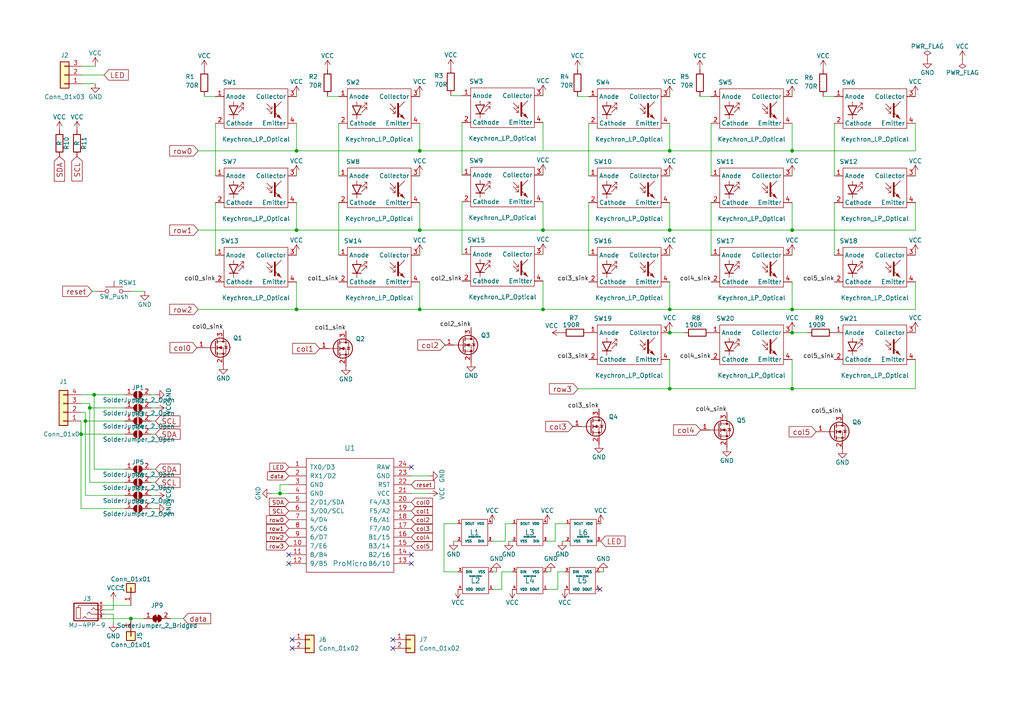
<source format=kicad_sch>
(kicad_sch (version 20211123) (generator eeschema)
  (paper "A4")
  (title_block (title "Corne Optical") (date "2018-11-16") (rev "2.0") (company "AC"))
  (junction (at 229.75 66.75))
  (junction (at 194.25 66.75))
  (junction (at 24.77 122.12))
  (junction (at 229.75 43.75))
  (junction (at 229.75 89.75))
  (junction (at 26.04 118.31))
  (junction (at 86 43.75))
  (junction (at 194.25 96.5))
  (junction (at 229.75 96.5))
  (junction (at 229.75 112.75))
  (junction (at 121.75 89.75))
  (junction (at 86 89.75))
  (junction (at 37.95 179.405))
  (junction (at 121.75 43.75))
  (junction (at 157.5 89.75))
  (junction (at 23.5 125.93))
  (junction (at 121.75 66.75))
  (junction (at 194.25 89.75))
  (junction (at 27.31 114.5))
  (junction (at 194.25 43.75))
  (junction (at 81.21 143.12))
  (junction (at 157.5 66.75))
  (junction (at 194.25 112.75))
  (junction (at 86 66.75))
  (no_connect (at 83.75 163.44))
  (no_connect (at 119.31 135.5))
  (no_connect (at 119.31 160.9))
  (no_connect (at 173.99 170.942))
  (no_connect (at 84.75 185.5))
  (no_connect (at 84.75 188.04))
  (no_connect (at 113.96 185.5))
  (no_connect (at 113.96 188.04))
  (no_connect (at 83.75 160.9))
  (no_connect (at 119.31 163.44))
  (wire (pts (xy 265.5 96) (xy 265.5 96.5)))
  (wire (pts (xy 265.5 73.5) (xy 265.5 74)))
  (wire (pts (xy 86 43.75) (xy 121.75 43.75)))
  (wire (pts (xy 265.5 66.75) (xy 265.5 58.75)))
  (wire (pts (xy 131.572 156.972) (xy 132.588 156.972)))
  (wire (pts (xy 194.25 89.75) (xy 229.75 89.75)))
  (wire (pts (xy 23.83 24.29) (xy 27.64 24.29)))
  (wire (pts (xy 194.25 27.5) (xy 194.25 28)))
  (wire (pts (xy 206.25 28) (xy 203 28)))
  (wire (pts (xy 170.75 28) (xy 167.5 28)))
  (wire (pts (xy 121.75 89.75) (xy 157.5 89.75)))
  (wire (pts (xy 206.25 35.75) (xy 206.25 51)))
  (wire (pts (xy 132.588 151.892) (xy 128.778 151.892)))
  (wire (pts (xy 130.75 27.56) (xy 130.75 27.75)))
  (wire (pts (xy 229.75 50.5) (xy 229.75 51)))
  (wire (pts (xy 81.21 143.12) (xy 83.75 143.12)))
  (wire (pts (xy 30.33 175.595) (xy 37.95 175.595)))
  (wire (pts (xy 265.5 81.75) (xy 265.5 89.75)))
  (wire (pts (xy 62.5 35.75) (xy 62.5 51)))
  (wire (pts (xy 36.2 122.12) (xy 24.77 122.12)))
  (wire (pts (xy 161.036 151.892) (xy 164.084 151.892)))
  (wire (pts (xy 194.25 66.75) (xy 229.75 66.75)))
  (wire (pts (xy 27.31 136.09) (xy 36.2 136.09)))
  (wire (pts (xy 194.25 50.5) (xy 194.25 51)))
  (wire (pts (xy 128.778 151.892) (xy 128.778 165.862)))
  (wire (pts (xy 161.798 170.942) (xy 161.798 165.862)))
  (wire (pts (xy 229.75 89.75) (xy 265.5 89.75)))
  (wire (pts (xy 157.5 35.5) (xy 157.5 43.5)))
  (wire (pts (xy 229.75 66.75) (xy 265.5 66.75)))
  (wire (pts (xy 30.33 179.405) (xy 37.95 179.405)))
  (wire (pts (xy 23.5 125.93) (xy 23.5 147.52)))
  (wire (pts (xy 23.83 21.75) (xy 30.18 21.75)))
  (wire (pts (xy 121.75 81.75) (xy 121.75 89.75)))
  (wire (pts (xy 26.04 118.31) (xy 26.04 139.9)))
  (wire (pts (xy 121.75 43.75) (xy 194.25 43.75)))
  (wire (pts (xy 57.5 43.75) (xy 86 43.75)))
  (wire (pts (xy 158.75 156.972) (xy 161.036 156.972)))
  (wire (pts (xy 98.25 28) (xy 95 28)))
  (wire (pts (xy 37.95 179.405) (xy 41.76 179.405)))
  (wire (pts (xy 203 27.81) (xy 203 28)))
  (wire (pts (xy 238.75 27.81) (xy 238.75 28)))
  (wire (pts (xy 170.75 58.75) (xy 170.75 74)))
  (wire (pts (xy 38.16 84.5) (xy 42 84.5)))
  (wire (pts (xy 27.31 114.5) (xy 36.2 114.5)))
  (wire (pts (xy 57.5 66.75) (xy 86 66.75)))
  (wire (pts (xy 121.75 35.75) (xy 121.75 43.75)))
  (wire (pts (xy 265.5 112.75) (xy 265.5 104.25)))
  (wire (pts (xy 121.75 50.5) (xy 121.75 51)))
  (wire (pts (xy 194.25 81.75) (xy 194.25 89.75)))
  (wire (pts (xy 121.75 27.5) (xy 121.75 28)))
  (wire (pts (xy 121.75 73.5) (xy 121.75 74)))
  (wire (pts (xy 23.5 122.12) (xy 23.5 125.93)))
  (wire (pts (xy 206.25 58.75) (xy 206.25 74)))
  (wire (pts (xy 242 58.75) (xy 242 74)))
  (wire (pts (xy 43.82 114.5) (xy 45.09 114.5)))
  (wire (pts (xy 229.75 73.5) (xy 229.75 74)))
  (wire (pts (xy 23.5 117.04) (xy 26.04 117.04)))
  (wire (pts (xy 157.5 66.75) (xy 194.25 66.75)))
  (wire (pts (xy 161.798 165.862) (xy 163.83 165.862)))
  (wire (pts (xy 26.04 118.31) (xy 36.2 118.31)))
  (wire (pts (xy 241.81 96.5) (xy 242 96.5)))
  (wire (pts (xy 23.5 119.58) (xy 24.77 119.58)))
  (wire (pts (xy 194.25 96) (xy 194.25 96.5)))
  (wire (pts (xy 30.33 176.865) (xy 32.87 176.865)))
  (wire (pts (xy 119.31 138.04) (xy 124.39 138.04)))
  (wire (pts (xy 194.25 43.75) (xy 229.75 43.75)))
  (wire (pts (xy 157.5 58.5) (xy 157.5 66.75)))
  (wire (pts (xy 229.75 81.75) (xy 229.75 89.75)))
  (wire (pts (xy 45.09 136.09) (xy 43.82 136.09)))
  (wire (pts (xy 121.75 58.75) (xy 121.75 66.75)))
  (wire (pts (xy 265.5 27.5) (xy 265.5 28)))
  (wire (pts (xy 86 81.75) (xy 86 89.75)))
  (wire (pts (xy 121.75 66.75) (xy 157.5 66.75)))
  (wire (pts (xy 145.542 170.942) (xy 145.542 165.862)))
  (wire (pts (xy 30.33 178.135) (xy 32.87 178.135)))
  (wire (pts (xy 23.5 147.52) (xy 36.2 147.52)))
  (wire (pts (xy 159.766 165.862) (xy 158.75 165.862)))
  (wire (pts (xy 157.5 27.25) (xy 157.5 27.75)))
  (wire (pts (xy 194.25 58.75) (xy 194.25 66.75)))
  (wire (pts (xy 229.75 43.75) (xy 265.5 43.75)))
  (wire (pts (xy 86 58.75) (xy 86 66.75)))
  (wire (pts (xy 98.25 35.75) (xy 98.25 51)))
  (wire (pts (xy 229.75 27.5) (xy 229.75 28)))
  (wire (pts (xy 242 28) (xy 238.75 28)))
  (wire (pts (xy 32.87 178.135) (xy 32.87 180.675)))
  (wire (pts (xy 194.25 35.75) (xy 194.25 43.75)))
  (wire (pts (xy 170.75 35.75) (xy 170.75 51)))
  (wire (pts (xy 78.67 143.12) (xy 81.21 143.12)))
  (wire (pts (xy 134 58.5) (xy 134 73.75)))
  (wire (pts (xy 229.75 96.5) (xy 234.19 96.5)))
  (wire (pts (xy 23.83 19.21) (xy 27.64 19.21)))
  (wire (pts (xy 62.5 28) (xy 59.25 28)))
  (wire (pts (xy 45.09 122.12) (xy 43.82 122.12)))
  (wire (pts (xy 26.04 139.9) (xy 36.2 139.9)))
  (wire (pts (xy 194.25 73.5) (xy 194.25 74)))
  (wire (pts (xy 59.25 27.81) (xy 59.25 28)))
  (wire (pts (xy 45.09 139.9) (xy 43.82 139.9)))
  (wire (pts (xy 86 89.75) (xy 121.75 89.75)))
  (wire (pts (xy 36.2 125.93) (xy 23.5 125.93)))
  (wire (pts (xy 43.82 143.71) (xy 45.09 143.71)))
  (wire (pts (xy 162.75 96.5) (xy 162.94 96.5)))
  (wire (pts (xy 95 20) (xy 95 20.19)))
  (wire (pts (xy 86 73.5) (xy 86 74)))
  (wire (pts (xy 134 27.75) (xy 130.75 27.75)))
  (wire (pts (xy 86 50.5) (xy 86 51)))
  (wire (pts (xy 62.5 58.75) (xy 62.5 74)))
  (wire (pts (xy 157.5 73.25) (xy 157.5 73.75)))
  (wire (pts (xy 203 20) (xy 203 20.19)))
  (wire (pts (xy 229.75 112.75) (xy 265.5 112.75)))
  (wire (pts (xy 86 35.75) (xy 86 43.75)))
  (wire (pts (xy 24.77 119.58) (xy 24.77 122.12)))
  (wire (pts (xy 86 66.75) (xy 121.75 66.75)))
  (wire (pts (xy 242 35.75) (xy 242 51)))
  (wire (pts (xy 24.77 143.71) (xy 36.2 143.71)))
  (wire (pts (xy 157.5 89.75) (xy 194.25 89.75)))
  (wire (pts (xy 194.25 104.25) (xy 194.25 112.75)))
  (wire (pts (xy 194.25 112.75) (xy 229.75 112.75)))
  (wire (pts (xy 163.068 156.972) (xy 164.084 156.972)))
  (wire (pts (xy 229.75 96) (xy 229.75 96.5)))
  (wire (pts (xy 26.75 84.5) (xy 28 84.5)))
  (wire (pts (xy 265.5 43.75) (xy 265.5 35.75)))
  (wire (pts (xy 45.09 125.93) (xy 43.82 125.93)))
  (wire (pts (xy 158.75 170.942) (xy 161.798 170.942)))
  (wire (pts (xy 144.018 165.862) (xy 143.002 165.862)))
  (wire (pts (xy 98.25 58.75) (xy 98.25 74)))
  (wire (pts (xy 49.38 179.405) (xy 53.19 179.405)))
  (wire (pts (xy 147.574 156.972) (xy 148.59 156.972)))
  (wire (pts (xy 83.75 140.58) (xy 81.21 140.58)))
  (wire (pts (xy 130.75 19.75) (xy 130.75 19.94)))
  (wire (pts (xy 128.778 165.862) (xy 132.842 165.862)))
  (wire (pts (xy 26.04 117.04) (xy 26.04 118.31)))
  (wire (pts (xy 95 27.81) (xy 95 28)))
  (wire (pts (xy 157.5 50.25) (xy 157.5 50.75)))
  (wire (pts (xy 229.75 35.75) (xy 229.75 43.75)))
  (wire (pts (xy 43.82 147.52) (xy 45.09 147.52)))
  (wire (pts (xy 146.558 151.892) (xy 146.558 156.972)))
  (wire (pts (xy 23.5 114.5) (xy 27.31 114.5)))
  (wire (pts (xy 238.75 20) (xy 238.75 20.19)))
  (wire (pts (xy 167.5 20) (xy 167.5 20.19)))
  (wire (pts (xy 167.64 112.776) (xy 194.25 112.75)))
  (wire (pts (xy 119.31 143.12) (xy 124.39 143.12)))
  (wire (pts (xy 24.77 122.12) (xy 24.77 143.71)))
  (wire (pts (xy 265.5 50.5) (xy 265.5 51)))
  (wire (pts (xy 146.558 156.972) (xy 142.748 156.972)))
  (wire (pts (xy 161.036 156.972) (xy 161.036 151.892)))
  (wire (pts (xy 43.82 118.31) (xy 45.09 118.31)))
  (wire (pts (xy 157.5 81.5) (xy 157.5 89.75)))
  (wire (pts (xy 167.5 27.81) (xy 167.5 28)))
  (wire (pts (xy 194.25 96.5) (xy 198.44 96.5)))
  (wire (pts (xy 27.31 114.5) (xy 27.31 136.09)))
  (wire (pts (xy 206.06 96.5) (xy 206.25 96.5)))
  (wire (pts (xy 32.87 176.865) (xy 32.87 174.325)))
  (wire (pts (xy 86 27.5) (xy 86 28)))
  (wire (pts (xy 134 35.5) (xy 134 50.75)))
  (wire (pts (xy 57.5 89.75) (xy 86 89.75)))
  (wire (pts (xy 229.75 104.25) (xy 229.75 112.75)))
  (wire (pts (xy 145.542 165.862) (xy 148.59 165.862)))
  (wire (pts (xy 143.002 170.942) (xy 145.542 170.942)))
  (wire (pts (xy 148.59 151.892) (xy 146.558 151.892)))
  (wire (pts (xy 59.25 20) (xy 59.25 20.19)))
  (wire (pts (xy 175.006 165.862) (xy 173.99 165.862)))
  (wire (pts (xy 229.75 58.75) (xy 229.75 66.75)))
  (wire (pts (xy 81.21 140.58) (xy 81.21 143.12)))
  (wire (pts (xy 170.56 96.5) (xy 170.75 96.5)))
  (label "col2_sink" (at 134 81.75 180))
  (label "col3_sink" (at 173.736 118.618 180))
  (label "col4_sink" (at 206.25 104.25 180))
  (label "col5_sink" (at 244.348 120.142 180))
  (label "col5_sink" (at 242 104.25 180))
  (label "col5_sink" (at 242 81.75 180))
  (label "col4_sink" (at 210.82 119.634 180))
  (label "col3_sink" (at 170.75 81.75 180))
  (label "col0_sink" (at 62.5 81.75 180))
  (label "col1_sink" (at 98.25 81.75 180))
  (label "col0_sink" (at 64.77 95.758 180))
  (label "col3_sink" (at 170.75 104.25 180))
  (label "col2_sink" (at 136.652 94.996 180))
  (label "col1_sink" (at 100.33 96.012 180))
  (label "col4_sink" (at 206.25 81.75 180))
  (global_label "LED" (shape input) (at 30.18 21.75 0) (effects (font (size 1.524 1.524))) (property "Intersheet References" "${INTERSHEET_REFS}" (effects hide)))
  (global_label "col0" (shape input) (at 119.31 145.66 0) (effects (font (size 1.1938 1.1938))) (property "Intersheet References" "${INTERSHEET_REFS}" (effects hide)))
  (global_label "row0" (shape input) (at 57.5 43.75 180) (effects (font (size 1.524 1.524))) (property "Intersheet References" "${INTERSHEET_REFS}" (effects hide)))
  (global_label "col0" (shape input) (at 57.15 100.838 180) (effects (font (size 1.524 1.524))) (property "Intersheet References" "${INTERSHEET_REFS}" (effects hide)))
  (global_label "SCL" (shape input) (at 83.75 148.2 180) (effects (font (size 1.1938 1.1938))) (property "Intersheet References" "${INTERSHEET_REFS}" (effects hide)))
  (global_label "row1" (shape input) (at 57.5 66.75 180) (effects (font (size 1.524 1.524))) (property "Intersheet References" "${INTERSHEET_REFS}" (effects hide)))
  (global_label "data" (shape input) (at 83.75 138.04 180) (effects (font (size 1.1938 1.1938))) (property "Intersheet References" "${INTERSHEET_REFS}" (effects hide)))
  (global_label "row1" (shape input) (at 83.75 153.28 180) (effects (font (size 1.1938 1.1938))) (property "Intersheet References" "${INTERSHEET_REFS}" (effects hide)))
  (global_label "row2" (shape input) (at 57.5 89.75 180) (effects (font (size 1.524 1.524))) (property "Intersheet References" "${INTERSHEET_REFS}" (effects hide)))
  (global_label "row0" (shape input) (at 83.75 150.74 180) (effects (font (size 1.1938 1.1938))) (property "Intersheet References" "${INTERSHEET_REFS}" (effects hide)))
  (global_label "col3" (shape input) (at 166.116 123.698 180) (effects (font (size 1.524 1.524))) (property "Intersheet References" "${INTERSHEET_REFS}" (effects hide)))
  (global_label "LED" (shape input) (at 174.244 156.972 0) (effects (font (size 1.524 1.524))) (property "Intersheet References" "${INTERSHEET_REFS}" (effects hide)))
  (global_label "reset" (shape input) (at 26.75 84.5 180) (effects (font (size 1.524 1.524))) (property "Intersheet References" "${INTERSHEET_REFS}" (effects hide)))
  (global_label "col4" (shape input) (at 203.2 124.714 180) (effects (font (size 1.524 1.524))) (property "Intersheet References" "${INTERSHEET_REFS}" (effects hide)))
  (global_label "col4" (shape input) (at 119.31 155.82 0) (effects (font (size 1.1938 1.1938))) (property "Intersheet References" "${INTERSHEET_REFS}" (effects hide)))
  (global_label "col5" (shape input) (at 119.31 158.36 0) (effects (font (size 1.1938 1.1938))) (property "Intersheet References" "${INTERSHEET_REFS}" (effects hide)))
  (global_label "col5" (shape input) (at 236.728 125.222 180) (effects (font (size 1.524 1.524))) (property "Intersheet References" "${INTERSHEET_REFS}" (effects hide)))
  (global_label "row2" (shape input) (at 83.75 155.82 180) (effects (font (size 1.1938 1.1938))) (property "Intersheet References" "${INTERSHEET_REFS}" (effects hide)))
  (global_label "row3" (shape input) (at 83.75 158.36 180) (effects (font (size 1.1938 1.1938))) (property "Intersheet References" "${INTERSHEET_REFS}" (effects hide)))
  (global_label "SDA" (shape input) (at 45.09 136.09 0) (effects (font (size 1.524 1.524))) (property "Intersheet References" "${INTERSHEET_REFS}" (effects hide)))
  (global_label "row3" (shape input) (at 167.64 112.776 180) (effects (font (size 1.524 1.524))) (property "Intersheet References" "${INTERSHEET_REFS}" (effects hide)))
  (global_label "SCL" (shape input) (at 45.09 122.12 0) (effects (font (size 1.524 1.524))) (property "Intersheet References" "${INTERSHEET_REFS}" (effects hide)))
  (global_label "reset" (shape input) (at 119.31 140.58 0) (effects (font (size 1.1938 1.1938))) (property "Intersheet References" "${INTERSHEET_REFS}" (effects hide)))
  (global_label "col3" (shape input) (at 119.31 153.28 0) (effects (font (size 1.1938 1.1938))) (property "Intersheet References" "${INTERSHEET_REFS}" (effects hide)))
  (global_label "col2" (shape input) (at 129.032 100.076 180) (effects (font (size 1.524 1.524))) (property "Intersheet References" "${INTERSHEET_REFS}" (effects hide)))
  (global_label "LED" (shape input) (at 83.75 135.5 180) (effects (font (size 1.1938 1.1938))) (property "Intersheet References" "${INTERSHEET_REFS}" (effects hide)))
  (global_label "col1" (shape input) (at 92.71 101.092 180) (effects (font (size 1.524 1.524))) (property "Intersheet References" "${INTERSHEET_REFS}" (effects hide)))
  (global_label "SDA" (shape input) (at 83.75 145.66 180) (effects (font (size 1.1938 1.1938))) (property "Intersheet References" "${INTERSHEET_REFS}" (effects hide)))
  (global_label "SDA" (shape input) (at 45.09 125.93 0) (effects (font (size 1.524 1.524))) (property "Intersheet References" "${INTERSHEET_REFS}" (effects hide)))
  (global_label "col2" (shape input) (at 119.31 150.74 0) (effects (font (size 1.1938 1.1938))) (property "Intersheet References" "${INTERSHEET_REFS}" (effects hide)))
  (global_label "col1" (shape input) (at 119.31 148.2 0) (effects (font (size 1.1938 1.1938))) (property "Intersheet References" "${INTERSHEET_REFS}" (effects hide)))
  (global_label "SCL" (shape input) (at 45.09 139.9 0) (effects (font (size 1.524 1.524))) (property "Intersheet References" "${INTERSHEET_REFS}" (effects hide)))
  (global_label "SCL" (shape input) (at 22.33 45.37 270) (effects (font (size 1.524 1.524))) (property "Intersheet References" "${INTERSHEET_REFS}" (effects hide)))
  (global_label "data" (shape input) (at 53.19 179.405 0) (effects (font (size 1.524 1.524))) (property "Intersheet References" "${INTERSHEET_REFS}" (effects hide)))
  (global_label "SDA" (shape input) (at 17.25 45.37 270) (effects (font (size 1.524 1.524))) (property "Intersheet References" "${INTERSHEET_REFS}" (effects hide)))
  (symbol (lib_id "kbd:ProMicro") (at 101.53 149.47 0) (unit 1)
    (property "Reference" "U1" (at 101.5 129.94 0) (effects (font (size 1.524 1.524))))
    (property "Value" "ProMicro" (at 101.53 163.44 0) (effects (font (size 1.524 1.524))))
    (property "Footprint" "kbd:ProMicro_v2" (effects hide))
  )
  (symbol (lib_name "Keychron_LP_Optical_5") (lib_id "optical:Keychron_LP_Optical") (at 110 31.5 0) (unit 1)
    (property "Reference" "SW2" (at 102.38 23.88 0))
    (property "Value" "Keychron_LP_Optical" (at 110 40.39 0))
    (property "Footprint" "kbd:Choc_Hotswap" (effects hide))
  )
  (symbol (lib_name "Keychron_LP_Optical_8") (lib_id "optical:Keychron_LP_Optical") (at 145.75 31.25 0) (unit 1)
    (property "Reference" "SW3" (at 138.13 23.63 0))
    (property "Value" "Keychron_LP_Optical" (at 145.75 40.14 0))
    (property "Footprint" "kbd:Choc_Hotswap" (effects hide))
  )
  (symbol (lib_id "optical:Keychron_LP_Optical") (at 182.5 31.5 0) (unit 1)
    (property "Reference" "SW4" (at 174.88 23.88 0))
    (property "Value" "Keychron_LP_Optical" (at 182.5 40.39 0))
    (property "Footprint" "kbd:Choc_Hotswap" (effects hide))
  )
  (symbol (lib_name "Keychron_LP_Optical_15") (lib_id "optical:Keychron_LP_Optical") (at 218 31.5 0) (unit 1)
    (property "Reference" "SW5" (at 210.38 23.88 0))
    (property "Value" "Keychron_LP_Optical" (at 218 40.39 0))
    (property "Footprint" "kbd:Choc_Hotswap" (effects hide))
  )
  (symbol (lib_name "Keychron_LP_Optical_17") (lib_id "optical:Keychron_LP_Optical") (at 253.75 31.5 0) (unit 1)
    (property "Reference" "SW6" (at 246.13 23.88 0))
    (property "Value" "Keychron_LP_Optical" (at 253.75 40.39 0))
    (property "Footprint" "kbd:Choc_Hotswap" (effects hide))
  )
  (symbol (lib_name "Keychron_LP_Optical_1") (lib_id "optical:Keychron_LP_Optical") (at 74.25 31.5 0) (unit 1)
    (property "Reference" "SW1" (at 66.63 23.88 0))
    (property "Value" "Keychron_LP_Optical" (at 74.25 40.39 0))
    (property "Footprint" "kbd:Choc_Hotswap" (effects hide))
  )
  (symbol (lib_name "Keychron_LP_Optical_4") (lib_id "optical:Keychron_LP_Optical") (at 110 54.5 0) (unit 1)
    (property "Reference" "SW8" (at 102.38 46.88 0))
    (property "Value" "Keychron_LP_Optical" (at 110 63.39 0))
    (property "Footprint" "kbd:Choc_Hotswap" (effects hide))
  )
  (symbol (lib_name "Keychron_LP_Optical_7") (lib_id "optical:Keychron_LP_Optical") (at 145.75 54.25 0) (unit 1)
    (property "Reference" "SW9" (at 138.13 46.63 0))
    (property "Value" "Keychron_LP_Optical" (at 145.75 63.14 0))
    (property "Footprint" "kbd:Choc_Hotswap" (effects hide))
  )
  (symbol (lib_name "Keychron_LP_Optical_20") (lib_id "optical:Keychron_LP_Optical") (at 182.5 54.5 0) (unit 1)
    (property "Reference" "SW10" (at 174.88 46.88 0))
    (property "Value" "Keychron_LP_Optical" (at 182.5 63.39 0))
    (property "Footprint" "kbd:Choc_Hotswap" (effects hide))
  )
  (symbol (lib_name "Keychron_LP_Optical_13") (lib_id "optical:Keychron_LP_Optical") (at 218 54.5 0) (unit 1)
    (property "Reference" "SW11" (at 210.38 46.88 0))
    (property "Value" "Keychron_LP_Optical" (at 218 63.39 0))
    (property "Footprint" "kbd:Choc_Hotswap" (effects hide))
  )
  (symbol (lib_name "Keychron_LP_Optical_16") (lib_id "optical:Keychron_LP_Optical") (at 253.75 54.5 0) (unit 1)
    (property "Reference" "SW12" (at 246.13 46.88 0))
    (property "Value" "Keychron_LP_Optical" (at 253.75 63.39 0))
    (property "Footprint" "kbd:Choc_Hotswap" (effects hide))
  )
  (symbol (lib_name "Keychron_LP_Optical_2") (lib_id "optical:Keychron_LP_Optical") (at 74.25 54.5 0) (unit 1)
    (property "Reference" "SW7" (at 66.63 46.88 0))
    (property "Value" "Keychron_LP_Optical" (at 74.25 63.39 0))
    (property "Footprint" "kbd:Choc_Hotswap" (effects hide))
  )
  (symbol (lib_name "Keychron_LP_Optical_3") (lib_id "optical:Keychron_LP_Optical") (at 110 77.5 0) (unit 1)
    (property "Reference" "SW14" (at 102.38 69.88 0))
    (property "Value" "Keychron_LP_Optical" (at 110 86.39 0))
    (property "Footprint" "kbd:Choc_Hotswap" (effects hide))
  )
  (symbol (lib_name "Keychron_LP_Optical_9") (lib_id "optical:Keychron_LP_Optical") (at 145.75 77.25 0) (unit 1)
    (property "Reference" "SW15" (at 138.13 69.63 0))
    (property "Value" "Keychron_LP_Optical" (at 145.75 86.14 0))
    (property "Footprint" "kbd:Choc_Hotswap" (effects hide))
  )
  (symbol (lib_name "Keychron_LP_Optical_18") (lib_id "optical:Keychron_LP_Optical") (at 182.5 77.5 0) (unit 1)
    (property "Reference" "SW16" (at 174.88 69.88 0))
    (property "Value" "Keychron_LP_Optical" (at 182.5 86.39 0))
    (property "Footprint" "kbd:Choc_Hotswap" (effects hide))
  )
  (symbol (lib_name "Keychron_LP_Optical_14") (lib_id "optical:Keychron_LP_Optical") (at 218 77.5 0) (unit 1)
    (property "Reference" "SW17" (at 210.38 69.88 0))
    (property "Value" "Keychron_LP_Optical" (at 218 86.39 0))
    (property "Footprint" "kbd:Choc_Hotswap" (effects hide))
  )
  (symbol (lib_name "Keychron_LP_Optical_19") (lib_id "optical:Keychron_LP_Optical") (at 253.75 77.5 0) (unit 1)
    (property "Reference" "SW18" (at 246.13 69.88 0))
    (property "Value" "Keychron_LP_Optical" (at 253.75 86.39 0))
    (property "Footprint" "kbd:Choc_Hotswap" (effects hide))
  )
  (symbol (lib_name "Keychron_LP_Optical_6") (lib_id "optical:Keychron_LP_Optical") (at 74.25 77.5 0) (unit 1)
    (property "Reference" "SW13" (at 66.63 69.88 0))
    (property "Value" "Keychron_LP_Optical" (at 74.25 86.39 0))
    (property "Footprint" "kbd:Choc_Hotswap" (effects hide))
  )
  (symbol (lib_name "Keychron_LP_Optical_11") (lib_id "optical:Keychron_LP_Optical") (at 218 100 0) (unit 1)
    (property "Reference" "SW20" (at 210.38 92.38 0))
    (property "Value" "Keychron_LP_Optical" (at 218 108.89 0))
    (property "Footprint" "kbd:Choc_Hotswap" (effects hide))
  )
  (symbol (lib_name "Keychron_LP_Optical_10") (lib_id "optical:Keychron_LP_Optical") (at 253.75 100 0) (unit 1)
    (property "Reference" "SW21" (at 246.13 92.38 0))
    (property "Value" "Keychron_LP_Optical" (at 253.75 108.89 0))
    (property "Footprint" "kbd:Choc_Hotswap_1.5u" (effects hide))
  )
  (symbol (lib_name "Keychron_LP_Optical_12") (lib_id "optical:Keychron_LP_Optical") (at 182.5 100 0) (unit 1)
    (property "Reference" "SW19" (at 174.88 92.38 0))
    (property "Value" "Keychron_LP_Optical" (at 182.5 108.89 0))
    (property "Footprint" "kbd:Choc_Hotswap" (effects hide))
  )
  (symbol (lib_id "power:GND") (at 124.39 138.04 90) (unit 1)
    (property "Reference" "#PWR039" (effects hide))
    (property "Value" "GND" (at 128.2 138.04 0))
  )
  (symbol (lib_id "power:VCC") (at 124.39 143.12 270) (unit 1)
    (property "Reference" "#PWR040" (effects hide))
    (property "Value" "VCC" (at 128.2 143.12 0))
  )
  (symbol (lib_id "power:GND") (at 78.67 143.12 270) (unit 1)
    (property "Reference" "#PWR036" (effects hide))
    (property "Value" "GND" (at 74.86 143.12 0))
  )
  (symbol (lib_id "power:GND") (at 268.986 17.272 0) (unit 1)
    (property "Reference" "#PWR061" (effects hide))
    (property "Value" "GND" (at 268.986 21.082 0))
  )
  (symbol (lib_id "power:VCC") (at 279.146 17.272 0) (unit 1)
    (property "Reference" "#PWR062" (effects hide))
    (property "Value" "VCC" (at 279.146 13.462 0))
  )
  (symbol (lib_id "power:PWR_FLAG") (at 279.146 17.272 180) (unit 1)
    (property "Reference" "#FLG02" (effects hide))
    (property "Value" "PWR_FLAG" (at 279.146 21.082 0))
  )
  (symbol (lib_id "power:PWR_FLAG") (at 268.986 17.272 0) (unit 1)
    (property "Reference" "#FLG01" (effects hide))
    (property "Value" "PWR_FLAG" (at 268.986 13.462 0))
  )
  (symbol (lib_id "Switch:SW_Push") (at 33.08 84.5 0) (unit 1)
    (property "Reference" "RSW1" (at 34.35 81.96 0) (effects (justify left)))
    (property "Value" "SW_Push" (at 33.08 86.024 0))
    (property "Footprint" "kbd:ResetSW" (effects hide))
  )
  (symbol (lib_id "power:GND") (at 42 84.5 0) (unit 1)
    (property "Reference" "#PWR029" (effects hide))
    (property "Value" "GND" (at 42 88.31 0))
  )
  (symbol (lib_id "Jumper:SolderJumper_2_Bridged") (at 45.57 179.405 0) (unit 1)
    (property "Reference" "JP9" (at 45.57 175.595 0))
    (property "Value" "SolderJumper_2_Bridged" (at 45.57 181.437 0))
    (property "Footprint" "kbd:Jumper" (effects hide))
  )
  (symbol (lib_id "power:VCC") (at 32.87 174.325 0) (unit 1)
    (property "Reference" "#PWR027" (effects hide))
    (property "Value" "VCC" (at 32.87 170.515 0))
  )
  (symbol (lib_id "power:GND") (at 32.87 180.675 0) (unit 1)
    (property "Reference" "#PWR028" (effects hide))
    (property "Value" "GND" (at 32.87 184.485 0))
  )
  (symbol (lib_id "Connector_Generic:Conn_01x04") (at 18.42 119.58 180) (unit 1)
    (property "Reference" "J1" (at 18.42 110.69 0))
    (property "Value" "Conn_01x04" (at 18.42 125.93 0))
    (property "Footprint" "kbd:OLED" (effects hide))
  )
  (symbol (lib_id "Jumper:SolderJumper_2_Open") (at 40.01 114.5 0) (unit 1)
    (property "Reference" "JP1" (at 40.01 112.468 0))
    (property "Value" "SolderJumper_2_Open" (at 40.264 116.024 0))
    (property "Footprint" "kbd:Jumper" (effects hide))
  )
  (symbol (lib_id "Jumper:SolderJumper_2_Open") (at 40.01 118.31 0) (unit 1)
    (property "Reference" "JP2" (at 40.01 116.278 0))
    (property "Value" "SolderJumper_2_Open" (at 40.264 119.834 0))
    (property "Footprint" "kbd:Jumper" (effects hide))
  )
  (symbol (lib_id "Jumper:SolderJumper_2_Open") (at 40.01 122.12 0) (unit 1)
    (property "Reference" "JP3" (at 40.01 120.088 0))
    (property "Value" "SolderJumper_2_Open" (at 40.264 123.644 0))
    (property "Footprint" "kbd:Jumper" (effects hide))
  )
  (symbol (lib_id "Jumper:SolderJumper_2_Open") (at 40.01 125.93 0) (unit 1)
    (property "Reference" "JP4" (at 40.01 123.898 0))
    (property "Value" "SolderJumper_2_Open" (at 40.264 127.454 0))
    (property "Footprint" "kbd:Jumper" (effects hide))
  )
  (symbol (lib_id "Jumper:SolderJumper_2_Open") (at 40.01 136.09 0) (unit 1)
    (property "Reference" "JP5" (at 40.01 134.058 0))
    (property "Value" "SolderJumper_2_Open" (at 40.264 137.614 0))
    (property "Footprint" "kbd:Jumper" (effects hide))
  )
  (symbol (lib_id "Jumper:SolderJumper_2_Open") (at 40.01 139.9 0) (unit 1)
    (property "Reference" "JP6" (at 40.01 137.868 0))
    (property "Value" "SolderJumper_2_Open" (at 40.264 141.424 0))
    (property "Footprint" "kbd:Jumper" (effects hide))
  )
  (symbol (lib_id "Jumper:SolderJumper_2_Open") (at 40.01 143.71 0) (unit 1)
    (property "Reference" "JP7" (at 40.01 141.678 0))
    (property "Value" "SolderJumper_2_Open" (at 40.264 145.234 0))
    (property "Footprint" "kbd:Jumper" (effects hide))
  )
  (symbol (lib_id "Jumper:SolderJumper_2_Open") (at 40.01 147.52 0) (unit 1)
    (property "Reference" "JP8" (at 40.01 145.488 0))
    (property "Value" "SolderJumper_2_Open" (at 40.264 149.044 0))
    (property "Footprint" "kbd:Jumper" (effects hide))
  )
  (symbol (lib_id "power:GND") (at 45.09 114.5 90) (unit 1)
    (property "Reference" "#PWR030" (effects hide))
    (property "Value" "GND" (at 48.9 114.5 0))
  )
  (symbol (lib_id "power:GND") (at 45.09 147.52 90) (unit 1)
    (property "Reference" "#PWR033" (effects hide))
    (property "Value" "GND" (at 48.9 147.52 0))
  )
  (symbol (lib_id "power:VCC") (at 45.09 118.31 270) (unit 1)
    (property "Reference" "#PWR031" (effects hide))
    (property "Value" "VCC" (at 48.9 118.31 0))
  )
  (symbol (lib_id "power:VCC") (at 45.09 143.71 270) (unit 1)
    (property "Reference" "#PWR032" (effects hide))
    (property "Value" "VCC" (at 48.9 143.71 0))
  )
  (symbol (lib_id "Device:R") (at 17.25 41.56 0) (unit 1)
    (property "Reference" "R10" (at 19.282 41.56 90))
    (property "Value" "R" (at 17.25 41.56 90))
    (property "Footprint" "kbd:R" (effects hide))
  )
  (symbol (lib_id "Device:R") (at 22.33 41.56 0) (unit 1)
    (property "Reference" "R11" (at 24.362 41.56 90))
    (property "Value" "R" (at 22.33 41.56 90))
    (property "Footprint" "kbd:R" (effects hide))
  )
  (symbol (lib_id "power:VCC") (at 17.25 37.75 0) (unit 1)
    (property "Reference" "#PWR023" (effects hide))
    (property "Value" "VCC" (at 17.25 33.94 0))
  )
  (symbol (lib_id "power:VCC") (at 22.33 37.75 0) (unit 1)
    (property "Reference" "#PWR024" (effects hide))
    (property "Value" "VCC" (at 22.33 33.94 0))
  )
  (symbol (lib_id "Connector_Generic:Conn_01x03") (at 18.75 21.75 180) (unit 1)
    (property "Reference" "J2" (at 18.75 16.035 0))
    (property "Value" "Conn_01x03" (at 18.75 28.1 0))
    (property "Footprint" "kbd:StripLED_rev" (effects hide))
  )
  (symbol (lib_id "power:VCC") (at 27.64 19.21 0) (unit 1)
    (property "Reference" "#PWR025" (effects hide))
    (property "Value" "VCC" (at 27.64 15.4 0))
  )
  (symbol (lib_id "power:GND") (at 27.64 24.29 0) (unit 1)
    (property "Reference" "#PWR026" (effects hide))
    (property "Value" "GND" (at 27.64 28.1 0))
  )
  (symbol (lib_id "kbd:MJ-4PP-9") (at 25.25 177.5 0) (unit 1)
    (property "Reference" "J3" (at 25.25 173.69 0))
    (property "Value" "MJ-4PP-9" (at 25.25 181.31 0))
    (property "Footprint" "kbd:MJ-4PP-9" (effects hide))
  )
  (symbol (lib_id "Connector_Generic:Conn_01x01") (at 37.95 184.485 270) (unit 1)
    (property "Reference" "J5" (at 40.49 184.485 0))
    (property "Value" "Conn_01x01" (at 37.95 187.025 90))
    (property "Footprint" "kbd:1pin_conn" (effects hide))
  )
  (symbol (lib_id "Connector_Generic:Conn_01x01") (at 37.95 170.515 90) (unit 1)
    (property "Reference" "J4" (at 35.41 170.515 0))
    (property "Value" "Conn_01x01" (at 37.95 167.975 90))
    (property "Footprint" "kbd:1pin_conn" (effects hide))
  )
  (symbol (lib_id "kbd:SK6812MINI") (at 169.164 154.432 0) (unit 1)
    (property "Reference" "L6" (at 169.164 154.432 0) (effects (font (size 1.4986 1.4986))))
    (property "Value" "SK6812MINI" (at 169.164 155.702 0) (effects (font (size 0.4064 0.4064))))
    (property "Footprint" "kbd:SK6812MINI_underglow_rev" (effects hide))
  )
  (symbol (lib_id "kbd:SK6812MINI") (at 153.67 154.432 0) (unit 1)
    (property "Reference" "L3" (at 153.67 154.432 0) (effects (font (size 1.4986 1.4986))))
    (property "Value" "SK6812MINI" (at 153.67 155.702 0) (effects (font (size 0.4064 0.4064))))
    (property "Footprint" "kbd:SK6812MINI_underglow_rev" (effects hide))
  )
  (symbol (lib_id "kbd:SK6812MINI") (at 137.668 154.432 0) (unit 1)
    (property "Reference" "L1" (at 137.668 154.432 0) (effects (font (size 1.4986 1.4986))))
    (property "Value" "SK6812MINI" (at 137.668 155.702 0) (effects (font (size 0.4064 0.4064))))
    (property "Footprint" "kbd:SK6812MINI_underglow_rev" (effects hide))
  )
  (symbol (lib_id "kbd:SK6812MINI") (at 168.91 168.402 180) (unit 1)
    (property "Reference" "L5" (at 168.91 168.402 0) (effects (font (size 1.4986 1.4986))))
    (property "Value" "SK6812MINI" (at 168.91 167.132 0) (effects (font (size 0.4064 0.4064))))
    (property "Footprint" "kbd:SK6812MINI_underglow_rev" (effects hide))
  )
  (symbol (lib_id "kbd:SK6812MINI") (at 153.67 168.402 180) (unit 1)
    (property "Reference" "L4" (at 153.67 168.402 0) (effects (font (size 1.4986 1.4986))))
    (property "Value" "SK6812MINI" (at 153.67 167.132 0) (effects (font (size 0.4064 0.4064))))
    (property "Footprint" "kbd:SK6812MINI_underglow_rev" (effects hide))
  )
  (symbol (lib_id "kbd:SK6812MINI") (at 137.922 168.402 180) (unit 1)
    (property "Reference" "L2" (at 137.922 168.402 0) (effects (font (size 1.4986 1.4986))))
    (property "Value" "SK6812MINI" (at 137.922 167.132 0) (effects (font (size 0.4064 0.4064))))
    (property "Footprint" "kbd:SK6812MINI_underglow_rev" (effects hide))
  )
  (symbol (lib_id "power:VCC") (at 142.748 151.892 0) (unit 1)
    (property "Reference" "#PWR045" (effects hide))
    (property "Value" "VCC" (at 142.748 148.082 0))
  )
  (symbol (lib_id "power:GND") (at 144.018 165.862 180) (unit 1)
    (property "Reference" "#PWR046" (effects hide))
    (property "Value" "GND" (at 144.018 162.052 0))
  )
  (symbol (lib_id "power:VCC") (at 95 20 0) (unit 1)
    (property "Reference" "#PWR037" (effects hide))
    (property "Value" "VCC" (at 95 16.19 0))
  )
  (symbol (lib_id "power:VCC") (at 229.75 96 0) (unit 1)
    (property "Reference" "#PWR021" (effects hide))
    (property "Value" "VCC" (at 229.75 92.19 0))
  )
  (symbol (lib_id "power:VCC") (at 265.5 96 0) (unit 1)
    (property "Reference" "#PWR022" (effects hide))
    (property "Value" "VCC" (at 265.5 92.19 0))
  )
  (symbol (lib_id "power:GND") (at 210.82 129.794 0) (unit 1)
    (property "Reference" "#PWR058" (effects hide))
    (property "Value" "GND" (at 210.82 133.604 0))
  )
  (symbol (lib_id "Device:R") (at 203 24 0) (unit 1)
    (property "Reference" "R5" (at 197.25 22.25 0) (effects (justify left)))
    (property "Value" "70R" (at 197.25 24.79 0) (effects (justify left)))
    (property "Footprint" "Resistor_SMD:R_0603_1608Metric" (effects hide))
  )
  (symbol (lib_id "power:GND") (at 163.068 156.972 0) (unit 1)
    (property "Reference" "#PWR051" (effects hide))
    (property "Value" "GND" (at 163.068 160.782 0))
  )
  (symbol (lib_id "Device:R") (at 95 24 0) (unit 1)
    (property "Reference" "R2" (at 89.5 22.25 0) (effects (justify left)))
    (property "Value" "70R" (at 89.5 24.79 0) (effects (justify left)))
    (property "Footprint" "Resistor_SMD:R_0603_1608Metric" (effects hide))
  )
  (symbol (lib_id "power:VCC") (at 194.25 96 0) (unit 1)
    (property "Reference" "#PWR020" (effects hide))
    (property "Value" "VCC" (at 194.25 92.19 0))
  )
  (symbol (lib_id "power:VCC") (at 229.75 73.5 0) (unit 1)
    (property "Reference" "#PWR017" (effects hide))
    (property "Value" "VCC" (at 229.75 69.69 0))
  )
  (symbol (lib_id "Device:R") (at 166.75 96.5 90) (unit 1)
    (property "Reference" "R7" (at 167.75 92.25 90) (effects (justify left)))
    (property "Value" "190R" (at 168.25 94.25 90) (effects (justify left)))
    (property "Footprint" "Resistor_SMD:R_0603_1608Metric" (effects hide))
  )
  (symbol (lib_id "power:VCC") (at 130.75 19.75 0) (unit 1)
    (property "Reference" "#PWR041" (effects hide))
    (property "Value" "VCC" (at 130.75 15.94 0))
  )
  (symbol (lib_id "Device:Q_NMOS_GSD") (at 62.23 100.838 0) (unit 1)
    (property "Reference" "Q1" (at 67.564 98.044 0) (effects (justify left)))
    (property "Value" "Q_NMOS_GSD" (effects hide))
    (property "Footprint" "Package_TO_SOT_SMD:SOT-23" (effects hide))
  )
  (symbol (lib_id "power:VCC") (at 59.25 20 0) (unit 1)
    (property "Reference" "#PWR034" (effects hide))
    (property "Value" "VCC" (at 59.25 16.19 0))
  )
  (symbol (lib_id "power:VCC") (at 265.5 73.5 0) (unit 1)
    (property "Reference" "#PWR018" (effects hide))
    (property "Value" "VCC" (at 265.5 69.69 0))
  )
  (symbol (lib_id "power:VCC") (at 121.75 50.5 0) (unit 1)
    (property "Reference" "#PWR08" (effects hide))
    (property "Value" "VCC" (at 121.75 46.69 0))
  )
  (symbol (lib_id "power:GND") (at 173.736 128.778 0) (unit 1)
    (property "Reference" "#PWR054" (effects hide))
    (property "Value" "GND" (at 173.736 132.588 0))
  )
  (symbol (lib_id "Device:Q_NMOS_GSD") (at 241.808 125.222 0) (unit 1)
    (property "Reference" "Q6" (at 247.142 122.428 0) (effects (justify left)))
    (property "Value" "Q_NMOS_GSD" (effects hide))
    (property "Footprint" "Package_TO_SOT_SMD:SOT-23" (effects hide))
  )
  (symbol (lib_id "power:GND") (at 159.766 165.862 180) (unit 1)
    (property "Reference" "#PWR050" (effects hide))
    (property "Value" "GND" (at 159.766 162.052 0))
  )
  (symbol (lib_id "Device:R") (at 59.25 24 0) (unit 1)
    (property "Reference" "R1" (at 53.75 22.25 0) (effects (justify left)))
    (property "Value" "70R" (at 53.75 24.79 0) (effects (justify left)))
    (property "Footprint" "Resistor_SMD:R_0603_1608Metric" (effects hide))
  )
  (symbol (lib_id "Device:R") (at 202.25 96.5 90) (unit 1)
    (property "Reference" "R8" (at 203.25 92.25 90) (effects (justify left)))
    (property "Value" "190R" (at 203.75 94.25 90) (effects (justify left)))
    (property "Footprint" "Resistor_SMD:R_0603_1608Metric" (effects hide))
  )
  (symbol (lib_id "power:VCC") (at 132.842 170.942 0) (mirror x) (unit 1)
    (property "Reference" "#PWR043" (effects hide))
    (property "Value" "VCC" (at 132.842 174.752 0))
  )
  (symbol (lib_id "Connector_Generic:Conn_01x02") (at 119.04 185.5 0) (unit 1)
    (property "Reference" "J7" (at 121.58 185.4999 0) (effects (justify left)))
    (property "Value" "Conn_01x02" (at 121.58 188.0399 0) (effects (justify left)))
    (property "Footprint" "Connector_AMASS:AMASS_XT60-F_1x02_P7.20mm_Vertical" (effects hide))
  )
  (symbol (lib_id "Connector_Generic:Conn_01x02") (at 89.83 185.5 0) (unit 1)
    (property "Reference" "J6" (at 92.37 185.4999 0) (effects (justify left)))
    (property "Value" "Conn_01x02" (at 92.37 188.0399 0) (effects (justify left)))
    (property "Footprint" "Connector_AMASS:AMASS_XT60-F_1x02_P7.20mm_Vertical" (effects hide))
  )
  (symbol (lib_id "power:VCC") (at 194.25 73.5 0) (unit 1)
    (property "Reference" "#PWR016" (effects hide))
    (property "Value" "VCC" (at 194.25 69.69 0))
  )
  (symbol (lib_id "power:VCC") (at 86 73.5 0) (unit 1)
    (property "Reference" "#PWR013" (effects hide))
    (property "Value" "VCC" (at 86 69.69 0))
  )
  (symbol (lib_id "power:VCC") (at 265.5 27.5 0) (unit 1)
    (property "Reference" "#PWR06" (effects hide))
    (property "Value" "VCC" (at 265.5 23.69 0))
  )
  (symbol (lib_id "power:VCC") (at 121.75 27.5 0) (unit 1)
    (property "Reference" "#PWR02" (effects hide))
    (property "Value" "VCC" (at 121.75 23.69 0))
  )
  (symbol (lib_id "power:VCC") (at 194.25 27.5 0) (unit 1)
    (property "Reference" "#PWR04" (effects hide))
    (property "Value" "VCC" (at 194.25 23.69 0))
  )
  (symbol (lib_id "power:VCC") (at 158.75 151.892 0) (unit 1)
    (property "Reference" "#PWR049" (effects hide))
    (property "Value" "VCC" (at 158.75 148.082 0))
  )
  (symbol (lib_id "power:VCC") (at 163.83 170.942 0) (mirror x) (unit 1)
    (property "Reference" "#PWR052" (effects hide))
    (property "Value" "VCC" (at 163.83 174.752 0))
  )
  (symbol (lib_id "power:VCC") (at 162.75 96.5 90) (unit 1)
    (property "Reference" "#PWR019" (effects hide))
    (property "Value" "VCC" (at 160 94.5 90))
  )
  (symbol (lib_id "power:VCC") (at 157.5 73.25 0) (unit 1)
    (property "Reference" "#PWR015" (effects hide))
    (property "Value" "VCC" (at 157.5 69.44 0))
  )
  (symbol (lib_id "power:VCC") (at 229.75 50.5 0) (unit 1)
    (property "Reference" "#PWR011" (effects hide))
    (property "Value" "VCC" (at 229.75 46.69 0))
  )
  (symbol (lib_id "power:GND") (at 64.77 105.918 0) (unit 1)
    (property "Reference" "#PWR035" (effects hide))
    (property "Value" "GND" (at 64.77 109.728 0))
  )
  (symbol (lib_id "power:VCC") (at 238.75 20 0) (unit 1)
    (property "Reference" "#PWR059" (effects hide))
    (property "Value" "VCC" (at 238.75 16.19 0))
  )
  (symbol (lib_id "Device:Q_NMOS_GSD") (at 171.196 123.698 0) (unit 1)
    (property "Reference" "Q4" (at 176.53 120.904 0) (effects (justify left)))
    (property "Value" "Q_NMOS_GSD" (effects hide))
    (property "Footprint" "Package_TO_SOT_SMD:SOT-23" (effects hide))
  )
  (symbol (lib_id "Device:Q_NMOS_GSD") (at 97.79 101.092 0) (unit 1)
    (property "Reference" "Q2" (at 103.124 98.298 0) (effects (justify left)))
    (property "Value" "Q_NMOS_GSD" (effects hide))
    (property "Footprint" "Package_TO_SOT_SMD:SOT-23" (effects hide))
  )
  (symbol (lib_id "power:VCC") (at 174.244 151.892 0) (unit 1)
    (property "Reference" "#PWR055" (effects hide))
    (property "Value" "VCC" (at 174.244 148.082 0))
  )
  (symbol (lib_id "power:VCC") (at 86 50.5 0) (unit 1)
    (property "Reference" "#PWR07" (effects hide))
    (property "Value" "VCC" (at 86 46.69 0))
  )
  (symbol (lib_id "Device:Q_NMOS_GSD") (at 134.112 100.076 0) (unit 1)
    (property "Reference" "Q3" (at 139.446 97.282 0) (effects (justify left)))
    (property "Value" "Q_NMOS_GSD" (effects hide))
    (property "Footprint" "Package_TO_SOT_SMD:SOT-23" (effects hide))
  )
  (symbol (lib_id "power:GND") (at 131.572 156.972 0) (unit 1)
    (property "Reference" "#PWR042" (effects hide))
    (property "Value" "GND" (at 131.572 160.782 0))
  )
  (symbol (lib_id "power:GND") (at 136.652 105.156 0) (unit 1)
    (property "Reference" "#PWR044" (effects hide))
    (property "Value" "GND" (at 136.652 108.966 0))
  )
  (symbol (lib_id "power:VCC") (at 157.5 27.25 0) (unit 1)
    (property "Reference" "#PWR03" (effects hide))
    (property "Value" "VCC" (at 157.5 23.44 0))
  )
  (symbol (lib_id "power:VCC") (at 167.5 20 0) (unit 1)
    (property "Reference" "#PWR053" (effects hide))
    (property "Value" "VCC" (at 167.5 16.19 0))
  )
  (symbol (lib_id "power:GND") (at 147.574 156.972 0) (unit 1)
    (property "Reference" "#PWR047" (effects hide))
    (property "Value" "GND" (at 147.574 160.782 0))
  )
  (symbol (lib_id "Device:Q_NMOS_GSD") (at 208.28 124.714 0) (unit 1)
    (property "Reference" "Q5" (at 213.614 121.92 0) (effects (justify left)))
    (property "Value" "Q_NMOS_GSD" (effects hide))
    (property "Footprint" "Package_TO_SOT_SMD:SOT-23" (effects hide))
  )
  (symbol (lib_id "power:VCC") (at 229.75 27.5 0) (unit 1)
    (property "Reference" "#PWR05" (effects hide))
    (property "Value" "VCC" (at 229.75 23.69 0))
  )
  (symbol (lib_id "Device:R") (at 130.75 23.75 0) (unit 1)
    (property "Reference" "R3" (at 125.93 22 0) (effects (justify left)))
    (property "Value" "70R" (at 125.93 24.54 0) (effects (justify left)))
    (property "Footprint" "Resistor_SMD:R_0603_1608Metric" (effects hide))
  )
  (symbol (lib_id "power:VCC") (at 265.5 50.5 0) (unit 1)
    (property "Reference" "#PWR012" (effects hide))
    (property "Value" "VCC" (at 265.5 46.69 0))
  )
  (symbol (lib_id "power:VCC") (at 203 20 0) (unit 1)
    (property "Reference" "#PWR057" (effects hide))
    (property "Value" "VCC" (at 203 16.19 0))
  )
  (symbol (lib_id "power:GND") (at 244.348 130.302 0) (unit 1)
    (property "Reference" "#PWR060" (effects hide))
    (property "Value" "GND" (at 244.348 134.112 0))
  )
  (symbol (lib_id "power:GND") (at 100.33 106.172 0) (unit 1)
    (property "Reference" "#PWR038" (effects hide))
    (property "Value" "GND" (at 100.33 109.982 0))
  )
  (symbol (lib_id "power:VCC") (at 121.75 73.5 0) (unit 1)
    (property "Reference" "#PWR014" (effects hide))
    (property "Value" "VCC" (at 121.75 69.69 0))
  )
  (symbol (lib_id "Device:R") (at 238.75 24 0) (unit 1)
    (property "Reference" "R6" (at 233.25 22.5 0) (effects (justify left)))
    (property "Value" "70R" (at 233.25 25.04 0) (effects (justify left)))
    (property "Footprint" "Resistor_SMD:R_0603_1608Metric" (effects hide))
  )
  (symbol (lib_id "power:VCC") (at 157.5 50.25 0) (unit 1)
    (property "Reference" "#PWR09" (effects hide))
    (property "Value" "VCC" (at 157.5 46.44 0))
  )
  (symbol (lib_id "power:GND") (at 175.006 165.862 180) (unit 1)
    (property "Reference" "#PWR056" (effects hide))
    (property "Value" "GND" (at 175.006 162.052 0))
  )
  (symbol (lib_id "power:VCC") (at 86 27.5 0) (unit 1)
    (property "Reference" "#PWR01" (effects hide))
    (property "Value" "VCC" (at 86 23.69 0))
  )
  (symbol (lib_id "power:VCC") (at 148.59 170.942 0) (mirror x) (unit 1)
    (property "Reference" "#PWR048" (effects hide))
    (property "Value" "VCC" (at 148.59 174.752 0))
  )
  (symbol (lib_id "Device:R") (at 238 96.5 90) (unit 1)
    (property "Reference" "R9" (at 239 92.25 90) (effects (justify left)))
    (property "Value" "190R" (at 239.5 94.25 90) (effects (justify left)))
    (property "Footprint" "Resistor_SMD:R_0603_1608Metric" (effects hide))
  )
  (symbol (lib_id "Device:R") (at 167.5 24 0) (unit 1)
    (property "Reference" "R4" (at 162.41 22.25 0) (effects (justify left)))
    (property "Value" "70R" (at 162.41 24.79 0) (effects (justify left)))
    (property "Footprint" "Resistor_SMD:R_0603_1608Metric" (effects hide))
  )
  (symbol (lib_id "power:VCC") (at 194.25 50.5 0) (unit 1)
    (property "Reference" "#PWR010" (effects hide))
    (property "Value" "VCC" (at 194.25 46.69 0))
  )
)
</source>
